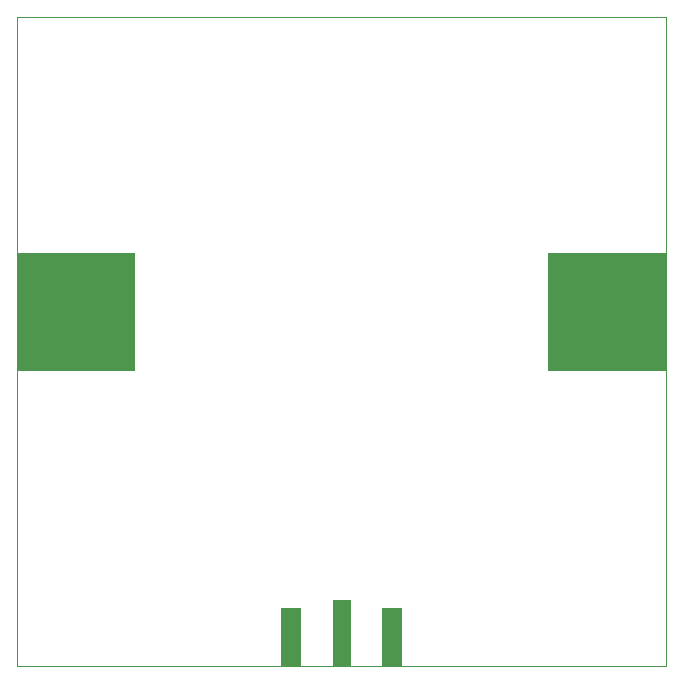
<source format=gts>
G04 #@! TF.GenerationSoftware,KiCad,Pcbnew,(5.1.9)-1*
G04 #@! TF.CreationDate,2021-04-01T14:20:21-04:00*
G04 #@! TF.ProjectId,Antenna Adapter,416e7465-6e6e-4612-9041-646170746572,rev?*
G04 #@! TF.SameCoordinates,Original*
G04 #@! TF.FileFunction,Soldermask,Top*
G04 #@! TF.FilePolarity,Negative*
%FSLAX46Y46*%
G04 Gerber Fmt 4.6, Leading zero omitted, Abs format (unit mm)*
G04 Created by KiCad (PCBNEW (5.1.9)-1) date 2021-04-01 14:20:21*
%MOMM*%
%LPD*%
G01*
G04 APERTURE LIST*
G04 #@! TA.AperFunction,Profile*
%ADD10C,0.100000*%
G04 #@! TD*
%ADD11C,2.700000*%
%ADD12R,10.000000X10.000000*%
%ADD13R,1.800000X5.000000*%
%ADD14R,1.600000X5.600000*%
G04 APERTURE END LIST*
D10*
X145000000Y-50000000D02*
X145000000Y-105000000D01*
X90000000Y-50000000D02*
X145000000Y-50000000D01*
X90000000Y-105000000D02*
X90000000Y-50000000D01*
X145000000Y-105000000D02*
X90000000Y-105000000D01*
D11*
G04 #@! TO.C,J2*
X137500000Y-78500000D03*
X142500000Y-78500000D03*
X137500000Y-71500000D03*
X142500000Y-71500000D03*
D12*
X140000000Y-75000000D03*
G04 #@! TD*
D11*
G04 #@! TO.C,J1*
X97500000Y-71500000D03*
X92500000Y-71500000D03*
X97500000Y-78500000D03*
X92500000Y-78500000D03*
D12*
X95000000Y-75000000D03*
G04 #@! TD*
D13*
G04 #@! TO.C,J3*
X113250000Y-102500000D03*
X121750000Y-102500000D03*
D14*
X117500000Y-102200000D03*
G04 #@! TD*
M02*

</source>
